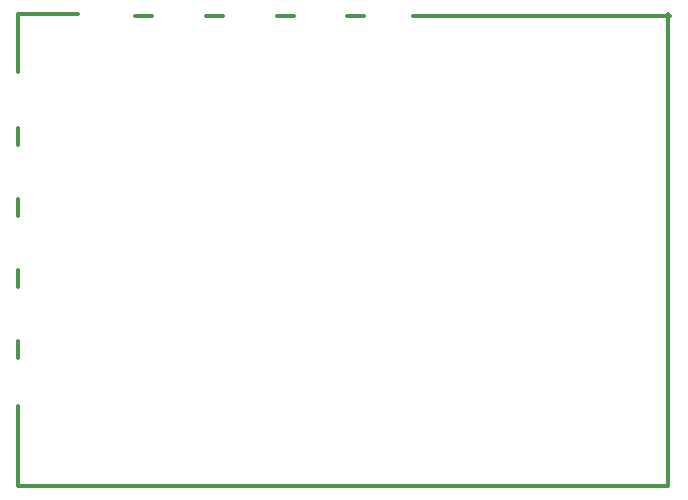
<source format=gko>
%FSLAX25Y25*%
%MOIN*%
G70*
G01*
G75*
G04 Layer_Color=16711935*
%ADD10C,0.00787*%
%ADD11C,0.00591*%
%ADD12C,0.02362*%
%ADD13C,0.01575*%
%ADD14C,0.01181*%
%ADD15C,0.01000*%
%ADD16C,0.00984*%
%ADD17C,0.01969*%
%ADD18C,0.02756*%
%ADD19R,0.02165X0.03347*%
%ADD20R,0.01969X0.01969*%
%ADD21R,0.14961X0.03150*%
%ADD22R,0.03150X0.14961*%
%ADD23R,0.02362X0.02362*%
%ADD24C,0.03937*%
%ADD25R,0.02559X0.02362*%
%ADD26R,0.02362X0.02559*%
%ADD27R,0.03937X0.03150*%
%ADD28R,0.01969X0.02598*%
%ADD29R,0.02598X0.01969*%
%ADD30R,0.01181X0.05709*%
%ADD31R,0.05709X0.01181*%
%ADD32R,0.17520X0.17520*%
%ADD33R,0.03150X0.03543*%
%ADD34R,0.02362X0.02362*%
%ADD35R,0.02756X0.02362*%
%ADD36R,0.04331X0.01142*%
%ADD37R,0.06221X0.09252*%
%ADD38R,0.09449X0.07480*%
%ADD39R,0.07480X0.04331*%
%ADD40R,0.03937X0.03543*%
%ADD41R,0.04528X0.05709*%
%ADD42R,0.05709X0.04528*%
%ADD43R,0.03740X0.09055*%
%ADD44R,0.11811X0.05118*%
%ADD45R,0.02362X0.06102*%
%ADD46R,0.01142X0.05906*%
%ADD47R,0.05906X0.01142*%
%ADD48R,0.04724X0.05709*%
%ADD49R,0.02362X0.02756*%
%ADD50R,0.01142X0.04528*%
%ADD51R,0.04528X0.01142*%
%ADD52R,0.09843X0.09843*%
%ADD53C,0.01260*%
%ADD54R,0.04134X0.05118*%
%ADD55P,0.03341X4X180.0*%
%ADD56R,0.03150X0.03937*%
%ADD57R,0.05512X0.03937*%
%ADD58R,0.18898X0.03937*%
%ADD59R,0.01102X0.03150*%
%ADD60R,0.03150X0.01102*%
%ADD61C,0.00500*%
%ADD62C,0.01142*%
%ADD63C,0.03937*%
%ADD64R,0.12992X0.03937*%
%ADD65R,0.03937X0.12992*%
%ADD66R,0.08000X0.06900*%
%ADD67R,0.05100X0.04800*%
%ADD68R,0.05300X0.03600*%
%ADD69R,0.01800X0.02100*%
%ADD70R,0.11800X0.04200*%
%ADD71R,0.02200X0.11317*%
%ADD72R,0.06600X0.08100*%
%ADD73R,0.01900X0.04300*%
%ADD74R,0.04600X0.05600*%
%ADD75R,0.08200X0.06284*%
%ADD76R,0.05900X0.05500*%
%ADD77R,0.04961X0.03937*%
%ADD78R,0.15272X0.03937*%
%ADD79R,0.03937X0.07874*%
%ADD80R,0.09803X0.03937*%
%ADD81C,0.05906*%
%ADD82R,0.05906X0.05906*%
%ADD83C,0.01575*%
%ADD84C,0.03150*%
%ADD85R,0.55906X1.57480*%
%ADD86C,0.03150*%
%ADD87C,0.15748*%
G04:AMPARAMS|DCode=88|XSize=55.433mil|YSize=55.433mil|CornerRadius=0mil|HoleSize=0mil|Usage=FLASHONLY|Rotation=0.000|XOffset=0mil|YOffset=0mil|HoleType=Round|Shape=Relief|Width=5mil|Gap=5mil|Entries=4|*
%AMTHD88*
7,0,0,0.05543,0.04543,0.00500,45*
%
%ADD88THD88*%
%ADD89C,0.04724*%
G04:AMPARAMS|DCode=90|XSize=39.685mil|YSize=39.685mil|CornerRadius=0mil|HoleSize=0mil|Usage=FLASHONLY|Rotation=0.000|XOffset=0mil|YOffset=0mil|HoleType=Round|Shape=Relief|Width=5mil|Gap=5mil|Entries=4|*
%AMTHD90*
7,0,0,0.03969,0.02969,0.00500,45*
%
%ADD90THD90*%
G04:AMPARAMS|DCode=91|XSize=27.874mil|YSize=27.874mil|CornerRadius=0mil|HoleSize=0mil|Usage=FLASHONLY|Rotation=0.000|XOffset=0mil|YOffset=0mil|HoleType=Round|Shape=Relief|Width=5mil|Gap=5mil|Entries=4|*
%AMTHD91*
7,0,0,0.02787,0.01787,0.00500,45*
%
%ADD91THD91*%
%ADD92C,0.01969*%
%ADD93C,0.03937*%
%ADD94C,0.00800*%
%ADD95R,0.02362X0.00787*%
%ADD96R,0.00787X0.02362*%
%ADD97R,0.03347X0.02165*%
%ADD98R,0.02362X0.03937*%
%ADD99R,0.03740X0.03937*%
%ADD100R,0.02500X0.08400*%
%ADD101R,0.03000X0.02500*%
%ADD102R,0.01800X0.07300*%
%ADD103R,0.02300X0.10700*%
%ADD104R,0.02400X0.01800*%
%ADD105C,0.02000*%
%ADD106C,0.02500*%
%ADD107C,0.00600*%
%ADD108R,0.02600X0.02500*%
%ADD109R,0.00866X0.00866*%
%ADD110R,0.06299X0.02756*%
%ADD111R,0.02362X0.00984*%
%ADD112C,0.00000*%
%ADD113R,0.02565X0.03747*%
%ADD114R,0.02369X0.02369*%
%ADD115R,0.15361X0.03550*%
%ADD116R,0.03550X0.15361*%
%ADD117R,0.02762X0.02762*%
%ADD118C,0.07874*%
%ADD119R,0.02959X0.02762*%
%ADD120R,0.02762X0.02959*%
%ADD121R,0.04337X0.03550*%
%ADD122R,0.02369X0.02998*%
%ADD123R,0.02998X0.02369*%
%ADD124R,0.01581X0.06109*%
%ADD125R,0.06109X0.01581*%
%ADD126R,0.17920X0.17920*%
%ADD127R,0.03550X0.03943*%
%ADD128R,0.02762X0.02762*%
%ADD129R,0.03156X0.02762*%
%ADD130R,0.04731X0.01542*%
%ADD131R,0.06621X0.09652*%
%ADD132R,0.09849X0.07880*%
%ADD133R,0.07880X0.04731*%
%ADD134R,0.04337X0.03943*%
%ADD135R,0.04928X0.06109*%
%ADD136R,0.06109X0.04928*%
%ADD137R,0.04140X0.09455*%
%ADD138R,0.12211X0.05518*%
%ADD139R,0.02762X0.06502*%
%ADD140R,0.01542X0.06306*%
%ADD141R,0.06306X0.01542*%
%ADD142R,0.05124X0.06109*%
%ADD143R,0.02762X0.03156*%
%ADD144R,0.01542X0.04928*%
%ADD145R,0.04928X0.01542*%
%ADD146R,0.10243X0.10243*%
%ADD147C,0.00866*%
%ADD148R,0.04534X0.05518*%
%ADD149P,0.03906X4X180.0*%
%ADD150R,0.03550X0.04337*%
%ADD151R,0.05912X0.04337*%
%ADD152R,0.19298X0.04337*%
%ADD153R,0.01502X0.03550*%
%ADD154R,0.03550X0.01502*%
%ADD155R,0.13392X0.04337*%
%ADD156R,0.04337X0.13392*%
%ADD157C,0.04337*%
%ADD158C,0.00400*%
%ADD159C,0.06306*%
%ADD160R,0.06306X0.06306*%
%ADD161C,0.01024*%
%ADD162R,0.02762X0.01187*%
%ADD163R,0.01187X0.02762*%
%ADD164R,0.03747X0.02565*%
%ADD165R,0.02762X0.04337*%
%ADD166R,0.04140X0.04337*%
%ADD167R,0.00787X0.01969*%
%ADD168R,0.01969X0.00787*%
%ADD169R,0.19685X1.02362*%
D10*
X108227Y-78683D02*
X108275Y-78635D01*
D14*
X23187Y78015D02*
X54210D01*
X1187Y77953D02*
X6904D01*
X-22113D02*
X-16396D01*
X-45713D02*
X-39996D01*
X-69413D02*
X-63696D01*
X54210Y78015D02*
X109055D01*
X-108268Y78802D02*
X-88200D01*
X-108268Y-35917D02*
Y-30200D01*
Y-12317D02*
Y-6600D01*
Y11283D02*
Y17000D01*
Y35000D02*
Y40717D01*
Y59368D02*
Y78740D01*
Y-78740D02*
Y-52000D01*
X108275Y-78635D02*
Y78740D01*
X-108268Y-78740D02*
X108227D01*
M02*

</source>
